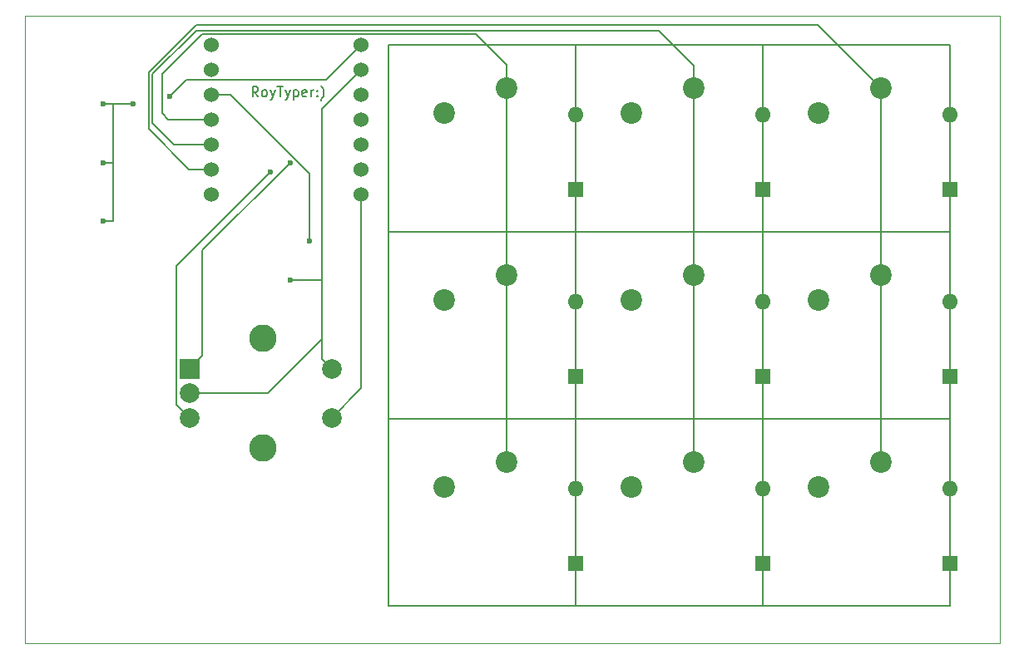
<source format=gbr>
%TF.GenerationSoftware,KiCad,Pcbnew,8.0.8*%
%TF.CreationDate,2025-02-16T15:54:53+05:30*%
%TF.ProjectId,RoyTyper,526f7954-7970-4657-922e-6b696361645f,rev?*%
%TF.SameCoordinates,Original*%
%TF.FileFunction,Copper,L2,Bot*%
%TF.FilePolarity,Positive*%
%FSLAX46Y46*%
G04 Gerber Fmt 4.6, Leading zero omitted, Abs format (unit mm)*
G04 Created by KiCad (PCBNEW 8.0.8) date 2025-02-16 15:54:53*
%MOMM*%
%LPD*%
G01*
G04 APERTURE LIST*
%TA.AperFunction,ComponentPad*%
%ADD10C,2.200000*%
%TD*%
%TA.AperFunction,ComponentPad*%
%ADD11R,2.000000X2.000000*%
%TD*%
%TA.AperFunction,ComponentPad*%
%ADD12C,2.000000*%
%TD*%
%TA.AperFunction,ComponentPad*%
%ADD13C,2.800000*%
%TD*%
%TA.AperFunction,ComponentPad*%
%ADD14C,1.524000*%
%TD*%
%TA.AperFunction,ComponentPad*%
%ADD15R,1.600000X1.600000*%
%TD*%
%TA.AperFunction,ComponentPad*%
%ADD16O,1.600000X1.600000*%
%TD*%
%TA.AperFunction,ViaPad*%
%ADD17C,0.600000*%
%TD*%
%TA.AperFunction,Conductor*%
%ADD18C,0.200000*%
%TD*%
%ADD19C,0.150000*%
%TA.AperFunction,Profile*%
%ADD20C,0.050000*%
%TD*%
G04 APERTURE END LIST*
D10*
%TO.P,SW3,1,1*%
%TO.N,Col3*%
X140390000Y-64770000D03*
%TO.P,SW3,2,2*%
%TO.N,Net-(D3-A)*%
X134040000Y-67310000D03*
%TD*%
%TO.P,SW6,1,1*%
%TO.N,Col3*%
X140390000Y-83820000D03*
%TO.P,SW6,2,2*%
%TO.N,Net-(D6-A)*%
X134040000Y-86360000D03*
%TD*%
%TO.P,SW1,1,1*%
%TO.N,Col1*%
X102290000Y-64770000D03*
%TO.P,SW1,2,2*%
%TO.N,Net-(D1-A)*%
X95940000Y-67310000D03*
%TD*%
%TO.P,SW4,1,1*%
%TO.N,Col1*%
X102290000Y-83820000D03*
%TO.P,SW4,2,2*%
%TO.N,Net-(D4-A)*%
X95940000Y-86360000D03*
%TD*%
%TO.P,SW5,1,1*%
%TO.N,Col2*%
X121340000Y-83820000D03*
%TO.P,SW5,2,2*%
%TO.N,Net-(D5-A)*%
X114990000Y-86360000D03*
%TD*%
%TO.P,SW2,1,1*%
%TO.N,Col2*%
X121340000Y-64770000D03*
%TO.P,SW2,2,2*%
%TO.N,Net-(D2-A)*%
X114990000Y-67310000D03*
%TD*%
D11*
%TO.P,SW11,A,A*%
%TO.N,Net-(U1-GPIO3{slash}MOSI)*%
X69975000Y-93325000D03*
D12*
%TO.P,SW11,B,B*%
%TO.N,Net-(U1-GPIO4{slash}MISO)*%
X69975000Y-98325000D03*
%TO.P,SW11,C,C*%
%TO.N,GND*%
X69975000Y-95825000D03*
D13*
%TO.P,SW11,MP*%
%TO.N,N/C*%
X77475000Y-90225000D03*
X77475000Y-101425000D03*
D12*
%TO.P,SW11,S1,S1*%
%TO.N,Net-(U1-GPIO1{slash}RX)*%
X84475000Y-93325000D03*
%TO.P,SW11,S2,S2*%
%TO.N,GND*%
X84475000Y-98325000D03*
%TD*%
D10*
%TO.P,SW9,1,1*%
%TO.N,Col3*%
X140390000Y-102870000D03*
%TO.P,SW9,2,2*%
%TO.N,Net-(D9-A)*%
X134040000Y-105410000D03*
%TD*%
%TO.P,SW7,1,1*%
%TO.N,Col1*%
X102290000Y-102870000D03*
%TO.P,SW7,2,2*%
%TO.N,Net-(D7-A)*%
X95940000Y-105410000D03*
%TD*%
%TO.P,SW8,1,1*%
%TO.N,Col2*%
X121340000Y-102870000D03*
%TO.P,SW8,2,2*%
%TO.N,Net-(D8-A)*%
X114990000Y-105410000D03*
%TD*%
D14*
%TO.P,U1,1,GPIO26/ADC0/A0*%
%TO.N,Row1*%
X72225000Y-60325000D03*
%TO.P,U1,2,GPIO27/ADC1/A1*%
%TO.N,Row2*%
X72225000Y-62865000D03*
%TO.P,U1,3,GPIO28/ADC2/A2*%
%TO.N,Row3*%
X72225000Y-65405000D03*
%TO.P,U1,4,GPIO29/ADC3/A3*%
%TO.N,Col1*%
X72225000Y-67945000D03*
%TO.P,U1,5,GPIO6/SDA*%
%TO.N,Col2*%
X72225000Y-70485000D03*
%TO.P,U1,6,GPIO7/SCL*%
%TO.N,Col3*%
X72225000Y-73025000D03*
%TO.P,U1,7,GPIO0/TX*%
%TO.N,Net-(D10-DIN)*%
X72225000Y-75565000D03*
%TO.P,U1,8,GPIO1/RX*%
%TO.N,Net-(U1-GPIO1{slash}RX)*%
X87465000Y-75565000D03*
%TO.P,U1,9,GPIO2/SCK*%
%TO.N,unconnected-(U1-GPIO2{slash}SCK-Pad9)*%
X87465000Y-73025000D03*
%TO.P,U1,10,GPIO4/MISO*%
%TO.N,Net-(U1-GPIO4{slash}MISO)*%
X87465000Y-70485000D03*
%TO.P,U1,11,GPIO3/MOSI*%
%TO.N,Net-(U1-GPIO3{slash}MOSI)*%
X87465000Y-67945000D03*
%TO.P,U1,12,3V3*%
%TO.N,unconnected-(U1-3V3-Pad12)*%
X87465000Y-65405000D03*
%TO.P,U1,13,GND*%
%TO.N,GND*%
X87465000Y-62865000D03*
%TO.P,U1,14,VBUS*%
%TO.N,+5V*%
X87465000Y-60325000D03*
%TD*%
D15*
%TO.P,D8,1,K*%
%TO.N,Row3*%
X128325000Y-113188750D03*
D16*
%TO.P,D8,2,A*%
%TO.N,Net-(D8-A)*%
X128325000Y-105568750D03*
%TD*%
D15*
%TO.P,D7,1,K*%
%TO.N,Row3*%
X109275000Y-113188750D03*
D16*
%TO.P,D7,2,A*%
%TO.N,Net-(D7-A)*%
X109275000Y-105568750D03*
%TD*%
D15*
%TO.P,D3,1,K*%
%TO.N,Row1*%
X147375000Y-75088750D03*
D16*
%TO.P,D3,2,A*%
%TO.N,Net-(D3-A)*%
X147375000Y-67468750D03*
%TD*%
D15*
%TO.P,D9,1,K*%
%TO.N,Row3*%
X147375000Y-113188750D03*
D16*
%TO.P,D9,2,A*%
%TO.N,Net-(D9-A)*%
X147375000Y-105568750D03*
%TD*%
D15*
%TO.P,D6,1,K*%
%TO.N,Row2*%
X147375000Y-94138750D03*
D16*
%TO.P,D6,2,A*%
%TO.N,Net-(D6-A)*%
X147375000Y-86518750D03*
%TD*%
D15*
%TO.P,D2,1,K*%
%TO.N,Row1*%
X128325000Y-75088750D03*
D16*
%TO.P,D2,2,A*%
%TO.N,Net-(D2-A)*%
X128325000Y-67468750D03*
%TD*%
D15*
%TO.P,D5,1,K*%
%TO.N,Row2*%
X128325000Y-94138750D03*
D16*
%TO.P,D5,2,A*%
%TO.N,Net-(D5-A)*%
X128325000Y-86518750D03*
%TD*%
D15*
%TO.P,D1,1,K*%
%TO.N,Row1*%
X109275000Y-75088750D03*
D16*
%TO.P,D1,2,A*%
%TO.N,Net-(D1-A)*%
X109275000Y-67468750D03*
%TD*%
D15*
%TO.P,D4,1,K*%
%TO.N,Row2*%
X109275000Y-94138750D03*
D16*
%TO.P,D4,2,A*%
%TO.N,Net-(D4-A)*%
X109275000Y-86518750D03*
%TD*%
D17*
%TO.N,Row3*%
X82225000Y-80325000D03*
%TO.N,Net-(U1-GPIO3{slash}MOSI)*%
X80225000Y-72325000D03*
%TO.N,GND*%
X80225000Y-84325000D03*
%TO.N,Net-(U1-GPIO4{slash}MISO)*%
X78225000Y-73325000D03*
%TO.N,+5V*%
X61198235Y-72351765D03*
X61225000Y-66325000D03*
X67996865Y-65628040D03*
X61225000Y-78325000D03*
X64225000Y-66325000D03*
%TD*%
D18*
%TO.N,Net-(D1-A)*%
X95940000Y-67610000D02*
X95940000Y-67310000D01*
X95955000Y-67325000D02*
X95940000Y-67310000D01*
X95225000Y-67325000D02*
X95925000Y-67325000D01*
X95925000Y-67325000D02*
X95940000Y-67310000D01*
%TO.N,Row3*%
X74153529Y-65405000D02*
X82225000Y-73476471D01*
X82225000Y-73476471D02*
X82225000Y-80325000D01*
X72225000Y-65405000D02*
X74153529Y-65405000D01*
%TO.N,Col1*%
X67225000Y-67325000D02*
X67845000Y-67945000D01*
X102290000Y-64770000D02*
X102290000Y-102870000D01*
X102290000Y-64770000D02*
X102290000Y-62390000D01*
X67845000Y-67945000D02*
X72225000Y-67945000D01*
X71287000Y-59263000D02*
X67225000Y-63325000D01*
X99163000Y-59263000D02*
X71287000Y-59263000D01*
X102290000Y-62390000D02*
X99163000Y-59263000D01*
X67225000Y-63325000D02*
X67225000Y-67325000D01*
%TO.N,Col2*%
X66225000Y-68325000D02*
X68385000Y-70485000D01*
X70687000Y-58863000D02*
X66225000Y-63325000D01*
X121340000Y-64770000D02*
X121340000Y-62440000D01*
X66225000Y-63325000D02*
X66225000Y-68325000D01*
X68385000Y-70485000D02*
X72225000Y-70485000D01*
X121340000Y-64770000D02*
X121340000Y-102870000D01*
X121340000Y-62440000D02*
X117763000Y-58863000D01*
X117763000Y-58863000D02*
X70687000Y-58863000D01*
%TO.N,Col3*%
X65825000Y-63159315D02*
X65825000Y-68925000D01*
X133945000Y-58325000D02*
X70659315Y-58325000D01*
X140390000Y-64770000D02*
X140390000Y-102870000D01*
X70659315Y-58325000D02*
X65825000Y-63159315D01*
X69925000Y-73025000D02*
X72225000Y-73025000D01*
X140390000Y-64770000D02*
X133945000Y-58325000D01*
X65825000Y-68925000D02*
X69925000Y-73025000D01*
%TO.N,Net-(U1-GPIO3{slash}MOSI)*%
X71284500Y-81325000D02*
X71284500Y-81265500D01*
X71284500Y-92015500D02*
X71284500Y-81325000D01*
X71284500Y-81265500D02*
X80225000Y-72325000D01*
X69975000Y-93325000D02*
X71284500Y-92015500D01*
%TO.N,GND*%
X83475000Y-92325000D02*
X83475000Y-90325000D01*
X87465000Y-62865000D02*
X83475000Y-66855000D01*
X77975000Y-95825000D02*
X83475000Y-90325000D01*
X84475000Y-93325000D02*
X83475000Y-92325000D01*
X69975000Y-95825000D02*
X77975000Y-95825000D01*
X80225000Y-84325000D02*
X83475000Y-84325000D01*
X83475000Y-90325000D02*
X83475000Y-84325000D01*
X83475000Y-66855000D02*
X83475000Y-84325000D01*
%TO.N,Net-(U1-GPIO4{slash}MISO)*%
X68675000Y-83026471D02*
X68675000Y-82875000D01*
X69975000Y-98325000D02*
X68675000Y-97025000D01*
X68675000Y-97025000D02*
X68675000Y-83026471D01*
X68675000Y-82875000D02*
X78225000Y-73325000D01*
%TO.N,Net-(U1-GPIO1{slash}RX)*%
X87465000Y-75565000D02*
X87465000Y-95335000D01*
X87465000Y-95335000D02*
X84475000Y-98325000D01*
%TO.N,+5V*%
X69697905Y-63927000D02*
X83863000Y-63927000D01*
X62225000Y-72325000D02*
X61225000Y-72325000D01*
X61225000Y-72325000D02*
X61198235Y-72351765D01*
X64225000Y-66325000D02*
X62225000Y-66325000D01*
X62225000Y-66325000D02*
X62225000Y-72325000D01*
X62225000Y-72325000D02*
X62225000Y-78325000D01*
X67996865Y-65628040D02*
X69697905Y-63927000D01*
X83863000Y-63927000D02*
X87465000Y-60325000D01*
X62225000Y-78325000D02*
X61225000Y-78325000D01*
X62225000Y-66325000D02*
X61225000Y-66325000D01*
%TD*%
D19*
%TO.C,SW3*%
X128325000Y-60325000D02*
X147375000Y-60325000D01*
X128325000Y-79375000D02*
X128325000Y-60325000D01*
X147375000Y-60325000D02*
X147375000Y-79375000D01*
X147375000Y-79375000D02*
X128325000Y-79375000D01*
%TO.C,SW6*%
X128325000Y-79375000D02*
X147375000Y-79375000D01*
X128325000Y-98425000D02*
X128325000Y-79375000D01*
X147375000Y-79375000D02*
X147375000Y-98425000D01*
X147375000Y-98425000D02*
X128325000Y-98425000D01*
%TO.C,SW1*%
X90225000Y-60325000D02*
X109275000Y-60325000D01*
X90225000Y-79375000D02*
X90225000Y-60325000D01*
X109275000Y-60325000D02*
X109275000Y-79375000D01*
X109275000Y-79375000D02*
X90225000Y-79375000D01*
%TO.C,SW4*%
X90225000Y-79375000D02*
X109275000Y-79375000D01*
X90225000Y-98425000D02*
X90225000Y-79375000D01*
X109275000Y-79375000D02*
X109275000Y-98425000D01*
X109275000Y-98425000D02*
X90225000Y-98425000D01*
%TO.C,SW5*%
X109275000Y-79375000D02*
X128325000Y-79375000D01*
X109275000Y-98425000D02*
X109275000Y-79375000D01*
X128325000Y-79375000D02*
X128325000Y-98425000D01*
X128325000Y-98425000D02*
X109275000Y-98425000D01*
%TO.C,SW2*%
X109275000Y-60325000D02*
X128325000Y-60325000D01*
X109275000Y-79375000D02*
X109275000Y-60325000D01*
X128325000Y-60325000D02*
X128325000Y-79375000D01*
X128325000Y-79375000D02*
X109275000Y-79375000D01*
%TO.C,SW9*%
X128325000Y-98425000D02*
X147375000Y-98425000D01*
X128325000Y-117475000D02*
X128325000Y-98425000D01*
X147375000Y-98425000D02*
X147375000Y-117475000D01*
X147375000Y-117475000D02*
X128325000Y-117475000D01*
%TO.C,SW7*%
X90225000Y-98425000D02*
X109275000Y-98425000D01*
X90225000Y-117475000D02*
X90225000Y-98425000D01*
X109275000Y-98425000D02*
X109275000Y-117475000D01*
X109275000Y-117475000D02*
X90225000Y-117475000D01*
%TO.C,SW8*%
X109275000Y-98425000D02*
X128325000Y-98425000D01*
X109275000Y-117475000D02*
X109275000Y-98425000D01*
X128325000Y-98425000D02*
X128325000Y-117475000D01*
X128325000Y-117475000D02*
X109275000Y-117475000D01*
%TD*%
D20*
X53215000Y-57345000D02*
X152445000Y-57345000D01*
X152445000Y-121285000D01*
X53215000Y-121285000D01*
X53215000Y-57345000D01*
D19*
X76983207Y-65604819D02*
X76649874Y-65128628D01*
X76411779Y-65604819D02*
X76411779Y-64604819D01*
X76411779Y-64604819D02*
X76792731Y-64604819D01*
X76792731Y-64604819D02*
X76887969Y-64652438D01*
X76887969Y-64652438D02*
X76935588Y-64700057D01*
X76935588Y-64700057D02*
X76983207Y-64795295D01*
X76983207Y-64795295D02*
X76983207Y-64938152D01*
X76983207Y-64938152D02*
X76935588Y-65033390D01*
X76935588Y-65033390D02*
X76887969Y-65081009D01*
X76887969Y-65081009D02*
X76792731Y-65128628D01*
X76792731Y-65128628D02*
X76411779Y-65128628D01*
X77554636Y-65604819D02*
X77459398Y-65557200D01*
X77459398Y-65557200D02*
X77411779Y-65509580D01*
X77411779Y-65509580D02*
X77364160Y-65414342D01*
X77364160Y-65414342D02*
X77364160Y-65128628D01*
X77364160Y-65128628D02*
X77411779Y-65033390D01*
X77411779Y-65033390D02*
X77459398Y-64985771D01*
X77459398Y-64985771D02*
X77554636Y-64938152D01*
X77554636Y-64938152D02*
X77697493Y-64938152D01*
X77697493Y-64938152D02*
X77792731Y-64985771D01*
X77792731Y-64985771D02*
X77840350Y-65033390D01*
X77840350Y-65033390D02*
X77887969Y-65128628D01*
X77887969Y-65128628D02*
X77887969Y-65414342D01*
X77887969Y-65414342D02*
X77840350Y-65509580D01*
X77840350Y-65509580D02*
X77792731Y-65557200D01*
X77792731Y-65557200D02*
X77697493Y-65604819D01*
X77697493Y-65604819D02*
X77554636Y-65604819D01*
X78221303Y-64938152D02*
X78459398Y-65604819D01*
X78697493Y-64938152D02*
X78459398Y-65604819D01*
X78459398Y-65604819D02*
X78364160Y-65842914D01*
X78364160Y-65842914D02*
X78316541Y-65890533D01*
X78316541Y-65890533D02*
X78221303Y-65938152D01*
X78935589Y-64604819D02*
X79507017Y-64604819D01*
X79221303Y-65604819D02*
X79221303Y-64604819D01*
X79745113Y-64938152D02*
X79983208Y-65604819D01*
X80221303Y-64938152D02*
X79983208Y-65604819D01*
X79983208Y-65604819D02*
X79887970Y-65842914D01*
X79887970Y-65842914D02*
X79840351Y-65890533D01*
X79840351Y-65890533D02*
X79745113Y-65938152D01*
X80602256Y-64938152D02*
X80602256Y-65938152D01*
X80602256Y-64985771D02*
X80697494Y-64938152D01*
X80697494Y-64938152D02*
X80887970Y-64938152D01*
X80887970Y-64938152D02*
X80983208Y-64985771D01*
X80983208Y-64985771D02*
X81030827Y-65033390D01*
X81030827Y-65033390D02*
X81078446Y-65128628D01*
X81078446Y-65128628D02*
X81078446Y-65414342D01*
X81078446Y-65414342D02*
X81030827Y-65509580D01*
X81030827Y-65509580D02*
X80983208Y-65557200D01*
X80983208Y-65557200D02*
X80887970Y-65604819D01*
X80887970Y-65604819D02*
X80697494Y-65604819D01*
X80697494Y-65604819D02*
X80602256Y-65557200D01*
X81887970Y-65557200D02*
X81792732Y-65604819D01*
X81792732Y-65604819D02*
X81602256Y-65604819D01*
X81602256Y-65604819D02*
X81507018Y-65557200D01*
X81507018Y-65557200D02*
X81459399Y-65461961D01*
X81459399Y-65461961D02*
X81459399Y-65081009D01*
X81459399Y-65081009D02*
X81507018Y-64985771D01*
X81507018Y-64985771D02*
X81602256Y-64938152D01*
X81602256Y-64938152D02*
X81792732Y-64938152D01*
X81792732Y-64938152D02*
X81887970Y-64985771D01*
X81887970Y-64985771D02*
X81935589Y-65081009D01*
X81935589Y-65081009D02*
X81935589Y-65176247D01*
X81935589Y-65176247D02*
X81459399Y-65271485D01*
X82364161Y-65604819D02*
X82364161Y-64938152D01*
X82364161Y-65128628D02*
X82411780Y-65033390D01*
X82411780Y-65033390D02*
X82459399Y-64985771D01*
X82459399Y-64985771D02*
X82554637Y-64938152D01*
X82554637Y-64938152D02*
X82649875Y-64938152D01*
X82983209Y-65509580D02*
X83030828Y-65557200D01*
X83030828Y-65557200D02*
X82983209Y-65604819D01*
X82983209Y-65604819D02*
X82935590Y-65557200D01*
X82935590Y-65557200D02*
X82983209Y-65509580D01*
X82983209Y-65509580D02*
X82983209Y-65604819D01*
X82983209Y-64985771D02*
X83030828Y-65033390D01*
X83030828Y-65033390D02*
X82983209Y-65081009D01*
X82983209Y-65081009D02*
X82935590Y-65033390D01*
X82935590Y-65033390D02*
X82983209Y-64985771D01*
X82983209Y-64985771D02*
X82983209Y-65081009D01*
X83364161Y-65985771D02*
X83411780Y-65938152D01*
X83411780Y-65938152D02*
X83507018Y-65795295D01*
X83507018Y-65795295D02*
X83554637Y-65700057D01*
X83554637Y-65700057D02*
X83602256Y-65557200D01*
X83602256Y-65557200D02*
X83649875Y-65319104D01*
X83649875Y-65319104D02*
X83649875Y-65128628D01*
X83649875Y-65128628D02*
X83602256Y-64890533D01*
X83602256Y-64890533D02*
X83554637Y-64747676D01*
X83554637Y-64747676D02*
X83507018Y-64652438D01*
X83507018Y-64652438D02*
X83411780Y-64509580D01*
X83411780Y-64509580D02*
X83364161Y-64461961D01*
M02*

</source>
